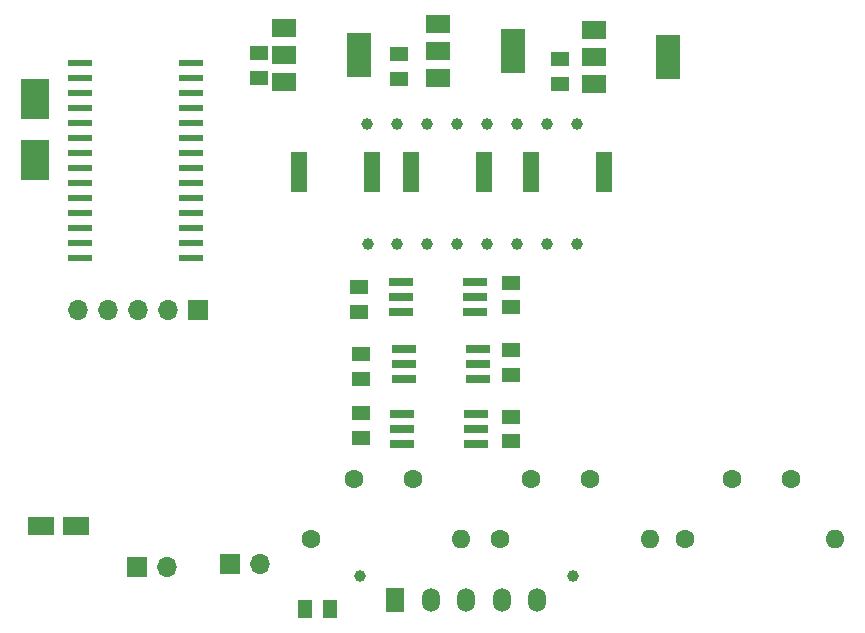
<source format=gbr>
G04 #@! TF.GenerationSoftware,KiCad,Pcbnew,no-vcs-found-a35cc44~61~ubuntu16.04.1*
G04 #@! TF.CreationDate,2018-02-08T08:45:13-05:00*
G04 #@! TF.ProjectId,D21_2550,4432315F323535302E6B696361645F70,rev?*
G04 #@! TF.SameCoordinates,Original*
G04 #@! TF.FileFunction,Soldermask,Bot*
G04 #@! TF.FilePolarity,Negative*
%FSLAX46Y46*%
G04 Gerber Fmt 4.6, Leading zero omitted, Abs format (unit mm)*
G04 Created by KiCad (PCBNEW no-vcs-found-a35cc44~61~ubuntu16.04.1) date Thu Feb  8 08:45:13 2018*
%MOMM*%
%LPD*%
G01*
G04 APERTURE LIST*
%ADD10R,2.000000X1.500000*%
%ADD11R,2.000000X3.800000*%
%ADD12R,1.500000X1.145000*%
%ADD13R,1.145000X1.500000*%
%ADD14R,2.000000X0.600000*%
%ADD15R,2.000000X0.640000*%
%ADD16C,1.000000*%
%ADD17R,1.500000X2.000000*%
%ADD18O,1.500000X2.000000*%
%ADD19R,1.700000X1.700000*%
%ADD20O,1.700000X1.700000*%
%ADD21C,1.600000*%
%ADD22R,2.200000X1.600000*%
%ADD23O,1.600000X1.600000*%
%ADD24R,2.400000X3.500000*%
%ADD25R,1.345000X3.400000*%
G04 APERTURE END LIST*
D10*
X104110000Y-48410000D03*
X104110000Y-43810000D03*
X104110000Y-46110000D03*
D11*
X110410000Y-46110000D03*
X123472095Y-45768949D03*
D10*
X117172095Y-45768949D03*
X117172095Y-43468949D03*
X117172095Y-48068949D03*
X130350000Y-48568949D03*
X130350000Y-43968949D03*
X130350000Y-46268949D03*
D11*
X136650000Y-46268949D03*
D12*
X110613900Y-76402842D03*
X110613900Y-78487842D03*
X110633900Y-71442842D03*
X110633900Y-73527842D03*
X110453900Y-65765342D03*
X110453900Y-67850342D03*
X123333900Y-76705342D03*
X123333900Y-78790342D03*
X123343900Y-71067842D03*
X123343900Y-73152842D03*
X123333900Y-65357842D03*
X123333900Y-67442842D03*
X102000000Y-48042500D03*
X102000000Y-45957500D03*
X113864595Y-46000000D03*
X113864595Y-48085000D03*
X127500000Y-48542500D03*
X127500000Y-46457500D03*
D13*
X105915000Y-93000000D03*
X108000000Y-93000000D03*
D14*
X86800000Y-63255000D03*
X86800000Y-61985000D03*
X86800000Y-60715000D03*
X86800000Y-59445000D03*
X86800000Y-58175000D03*
X86800000Y-56905000D03*
X86800000Y-55635000D03*
X86800000Y-54365000D03*
X86800000Y-53095000D03*
X86800000Y-51825000D03*
X86800000Y-50555000D03*
X86800000Y-49285000D03*
X86800000Y-48015000D03*
X86800000Y-46745000D03*
X96200000Y-46745000D03*
X96200000Y-48015000D03*
X96200000Y-49285000D03*
X96200000Y-50555000D03*
X96200000Y-51825000D03*
X96200000Y-53095000D03*
X96200000Y-54365000D03*
X96200000Y-55635000D03*
X96200000Y-56905000D03*
X96200000Y-58175000D03*
X96200000Y-59445000D03*
X96200000Y-60715000D03*
X96200000Y-61985000D03*
X96200000Y-63255000D03*
D15*
X114083900Y-79037842D03*
X114083900Y-77767842D03*
X114083900Y-76497842D03*
X120383900Y-76497842D03*
X120383900Y-77767842D03*
X120383900Y-79037842D03*
X120533900Y-73537842D03*
X120533900Y-72267842D03*
X120533900Y-70997842D03*
X114233900Y-70997842D03*
X114233900Y-72267842D03*
X114233900Y-73537842D03*
X114013900Y-67847842D03*
X114013900Y-66577842D03*
X114013900Y-65307842D03*
X120313900Y-65307842D03*
X120313900Y-66577842D03*
X120313900Y-67847842D03*
D16*
X110538000Y-90242000D03*
X128538000Y-90242000D03*
D17*
X113538000Y-92202000D03*
D18*
X116538000Y-92202000D03*
X119538000Y-92202000D03*
X122538000Y-92202000D03*
X125538000Y-92202000D03*
D19*
X91694000Y-89408000D03*
D20*
X94234000Y-89408000D03*
X102040000Y-89190000D03*
D19*
X99500000Y-89190000D03*
X96830000Y-67690000D03*
D20*
X94290000Y-67690000D03*
X91750000Y-67690000D03*
X89210000Y-67690000D03*
X86670000Y-67690000D03*
D21*
X125050000Y-82030000D03*
X130050000Y-82030000D03*
X115050000Y-82030000D03*
X110050000Y-82030000D03*
X142050000Y-82030000D03*
X147050000Y-82030000D03*
D22*
X86500000Y-86000000D03*
X83500000Y-86000000D03*
D21*
X122350000Y-87030000D03*
D23*
X135050000Y-87030000D03*
X119050000Y-87030000D03*
D21*
X106350000Y-87030000D03*
X138050000Y-87030000D03*
D23*
X150750000Y-87030000D03*
D24*
X83000000Y-49800000D03*
X83000000Y-55000000D03*
D16*
X111230000Y-62080000D03*
X113650000Y-62080000D03*
X116190000Y-62080000D03*
X118730000Y-62080000D03*
X121270000Y-62080000D03*
X123810000Y-62080000D03*
X126350000Y-62080000D03*
X128890000Y-62080000D03*
X128890000Y-51920000D03*
X126350000Y-51920000D03*
X123810000Y-51920000D03*
X121270000Y-51920000D03*
X118730000Y-51920000D03*
X116190000Y-51920000D03*
X113650000Y-51920000D03*
X111110000Y-51920000D03*
D25*
X111592500Y-56000000D03*
X105407500Y-56000000D03*
X114815000Y-56000000D03*
X121000000Y-56000000D03*
X125000000Y-56000000D03*
X131185000Y-56000000D03*
M02*

</source>
